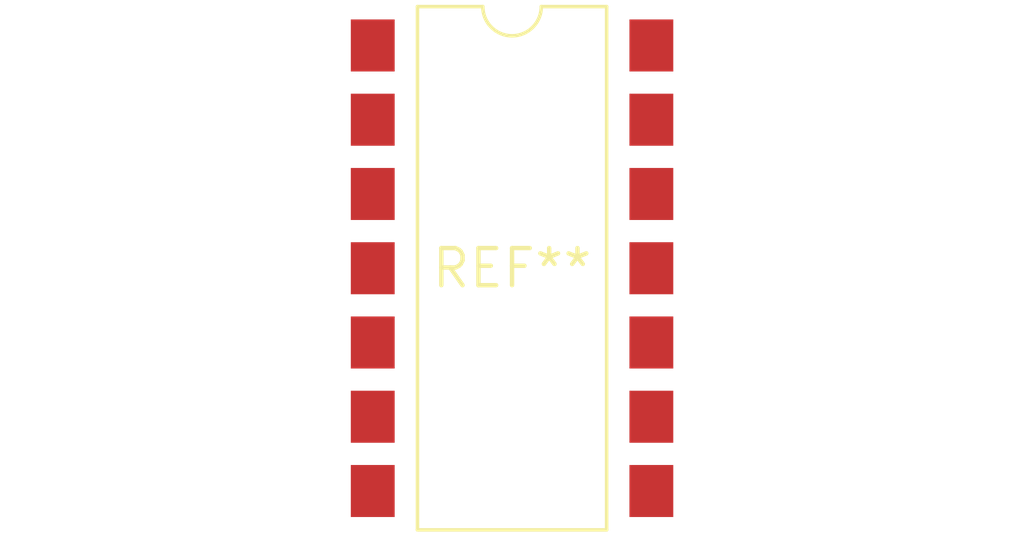
<source format=kicad_pcb>
(kicad_pcb (version 20240108) (generator pcbnew)
  (layers (0 "F.Cu" signal) (31 "B.Cu" signal) (34 "B.Paste" user) (35 "F.Paste" user) (36 "B.SilkS" user "B.Silkscreen") (37 "F.SilkS" user "F.Silkscreen") (38 "B.Mask" user) (39 "F.Mask" user) (44 "Edge.Cuts" user))
  (net 0 "")
  (footprint "SMDIP-14_W9.53mm_Clearance8mm" (layer "F.Cu") (at 0 0)
    (property "Reference" "REF**")
    (property "Value" "SMDIP-14_W9.53mm_Clearance8mm")
    (fp_line (start -3.235 -8.95) (end -3.235 8.95) (layer "F.SilkS") (stroke (width 0.12)))
    (fp_line (start -3.235 8.95) (end 3.235 8.95) (layer "F.SilkS") (stroke (width 0.12)))
    (fp_line (start -1 -8.95) (end -3.235 -8.95) (layer "F.SilkS") (stroke (width 0.12)))
    (fp_line (start 3.235 -8.95) (end 1 -8.95) (layer "F.SilkS") (stroke (width 0.12)))
    (fp_line (start 3.235 8.95) (end 3.235 -8.95) (layer "F.SilkS") (stroke (width 0.12)))
    (fp_arc (start 1 -8.95) (mid 0 -7.95) (end -1 -8.95) (layer "F.SilkS") (stroke (width 0.12)))
    (pad "1" smd rect (at -4.765 -7.62) (size 1.5 1.78) (layers "F.Cu" "F.Paste" "F.Mask"))
    (pad "2" smd rect (at -4.765 -5.08) (size 1.5 1.78) (layers "F.Cu" "F.Paste" "F.Mask"))
    (pad "3" smd rect (at -4.765 -2.54) (size 1.5 1.78) (layers "F.Cu" "F.Paste" "F.Mask"))
    (pad "4" smd rect (at -4.765 0) (size 1.5 1.78) (layers "F.Cu" "F.Paste" "F.Mask"))
    (pad "5" smd rect (at -4.765 2.54) (size 1.5 1.78) (layers "F.Cu" "F.Paste" "F.Mask"))
    (pad "6" smd rect (at -4.765 5.08) (size 1.5 1.78) (layers "F.Cu" "F.Paste" "F.Mask"))
    (pad "7" smd rect (at -4.765 7.62) (size 1.5 1.78) (layers "F.Cu" "F.Paste" "F.Mask"))
    (pad "8" smd rect (at 4.765 7.62) (size 1.5 1.78) (layers "F.Cu" "F.Paste" "F.Mask"))
    (pad "9" smd rect (at 4.765 5.08) (size 1.5 1.78) (layers "F.Cu" "F.Paste" "F.Mask"))
    (pad "10" smd rect (at 4.765 2.54) (size 1.5 1.78) (layers "F.Cu" "F.Paste" "F.Mask"))
    (pad "11" smd rect (at 4.765 0) (size 1.5 1.78) (layers "F.Cu" "F.Paste" "F.Mask"))
    (pad "12" smd rect (at 4.765 -2.54) (size 1.5 1.78) (layers "F.Cu" "F.Paste" "F.Mask"))
    (pad "13" smd rect (at 4.765 -5.08) (size 1.5 1.78) (layers "F.Cu" "F.Paste" "F.Mask"))
    (pad "14" smd rect (at 4.765 -7.62) (size 1.5 1.78) (layers "F.Cu" "F.Paste" "F.Mask"))
  )
)
</source>
